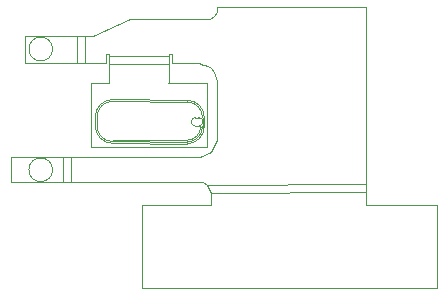
<source format=gbr>
%TF.GenerationSoftware,Altium Limited,Altium Designer,23.10.1 (27)*%
G04 Layer_Color=16711935*
%FSLAX45Y45*%
%MOMM*%
%TF.SameCoordinates,C732C167-A78C-4608-B65C-7F4C8643914A*%
%TF.FilePolarity,Positive*%
%TF.FileFunction,Other,User.9*%
%TF.Part,Single*%
G01*
G75*
%TA.AperFunction,NonConductor*%
%ADD50C,0.01270*%
%ADD51C,0.00000*%
D50*
X27069278Y2926367D02*
G03*
X27069278Y2926367I-100000J0D01*
G01*
Y3948571D02*
G03*
X27069278Y3948571I-100000J0D01*
G01*
X28354578Y3367199D02*
G03*
X28207822Y3516432I-147995J1238D01*
G01*
X27444983Y3299806D02*
G03*
X27576865Y3165698I132995J-1113D01*
G01*
X28204718Y3145445D02*
G03*
X28353949Y3292202I1238J147995D01*
G01*
X27579843Y3521686D02*
G03*
X27430609Y3374929I-1238J-147995D01*
G01*
X28339578Y3367325D02*
G03*
X28207693Y3501433I-132995J1113D01*
G01*
X27429984Y3299931D02*
G03*
X27576740Y3150698I147995J-1238D01*
G01*
X27579718Y3506686D02*
G03*
X27445609Y3374803I-1113J-132995D01*
G01*
X28204843Y3160444D02*
G03*
X28338950Y3292327I1113J132995D01*
G01*
X28204968Y3175444D02*
G03*
X28323953Y3292452I987J117996D01*
G01*
X29723700Y2626178D02*
X30325522Y2626156D01*
X27823724Y2626250D02*
X28413699Y2626228D01*
X27395493Y3657319D02*
X27550699D01*
X27395493Y3117819D02*
Y3657319D01*
X27550992Y3657500D02*
Y3904699D01*
X28050992Y3657500D02*
Y3904699D01*
X28050699Y3657319D02*
X28380792D01*
X28354367Y3342200D02*
X28354578Y3367199D01*
X27444983Y3299806D02*
X27445401Y3349804D01*
X27576865Y3165698D02*
X28204843Y3160445D01*
X27430402Y3349930D02*
X27430609Y3374929D01*
X28339368Y3342326D02*
X28339578Y3367324D01*
X27579843Y3521685D02*
X28207822Y3516432D01*
X27576865Y3165698D02*
X27576990Y3180697D01*
X28204968Y3175444D01*
X28204843Y3160445D02*
X28204968Y3175444D01*
X27576865Y3165698D02*
X28204843Y3160445D01*
X28353949Y3292202D02*
X28354367Y3342200D01*
X28338950Y3292327D02*
X28339368Y3342326D01*
X27429984Y3299931D02*
X27430402Y3349930D01*
X27579718Y3506686D02*
X28207693Y3501432D01*
X27576740Y3150698D02*
X28204718Y3145445D01*
X27445401Y3349804D02*
X27445609Y3374803D01*
X28204843Y3160445D02*
X28204968Y3175444D01*
X28323950Y3292453D02*
X28338950Y3292327D01*
X28380792Y3117819D02*
Y3657319D01*
X27395493Y3117819D02*
X28380792D01*
X27277530Y3828751D02*
X27279031Y4054951D01*
X27346295Y3828698D02*
X27347794Y4054898D01*
X27550992Y3820735D02*
X28050992D01*
X27550992Y3889498D02*
X28050992D01*
X27154529Y2819435D02*
X27155530Y3033635D01*
X27223294Y2819398D02*
X27224295Y3033598D01*
X28413348Y2725635D02*
X29723148Y2734735D01*
X28379218Y2794163D02*
X29723093Y2803500D01*
X30325497Y1926156D02*
X30325522Y2626156D01*
X27823697Y1926250D02*
X30325497Y1926156D01*
X27823697Y1926250D02*
X27823724Y2626250D01*
X27520593Y3904699D02*
X27550992D01*
X27520593Y3828698D02*
Y3904699D01*
X27346295Y3828698D02*
X27520593D01*
X27277530Y3828751D02*
X27346295Y3828698D01*
X26838339Y3831663D02*
X27277530Y3828751D01*
X26838339Y3831663D02*
X26839841Y4057863D01*
X27279031Y4054951D01*
X27347794Y4054898D01*
X27408792D01*
X27521793Y4106698D01*
X27522189Y4107287D01*
X27725900Y4201400D01*
X28191891Y4205398D01*
X28405594D01*
X28439194Y4224198D01*
X28457993Y4257898D01*
Y4301098D01*
X29723093D01*
Y2803500D02*
Y4301098D01*
Y2803500D02*
X29723148Y2734735D01*
X29723901Y2626178D01*
X28413348Y2725635D02*
X28414038Y2626228D01*
X28379218Y2794163D02*
X28413348Y2725635D01*
X28341092Y2820398D02*
X28379218Y2794163D01*
X28339493Y2819398D02*
X28341092Y2820398D01*
X27223294Y2819398D02*
X28339493D01*
X27154529Y2819435D02*
X27223294Y2819398D01*
X26715335Y2821486D02*
X27154529Y2819435D01*
X26715335Y2821486D02*
X26716336Y3035686D01*
X27155530Y3033635D01*
X27224295Y3033598D01*
X28316492D01*
Y3035398D01*
X28413293Y3078298D01*
X28457993Y3176398D01*
Y3681398D01*
X28439194Y3757998D02*
X28457993Y3681398D01*
X28413293Y3783898D02*
X28439194Y3757998D01*
X28389194Y3807998D02*
X28413293Y3783898D01*
X28316492Y3824398D02*
X28389194Y3807998D01*
X28316492Y3824398D02*
Y3828698D01*
X28081393D02*
X28316492D01*
X28081393D02*
Y3904699D01*
X28050992D02*
X28081393D01*
D51*
X28307700Y3297500D02*
G03*
X28343201Y3333000I0J35500D01*
G01*
D02*
G03*
X28307700Y3368500I-35500J0D01*
G01*
X28277701D02*
G03*
X28242200Y3333000I0J-35500D01*
G01*
D02*
G03*
X28277701Y3297500I35500J0D01*
G01*
X28307700D01*
X28277701Y3368500D02*
X28307700D01*
%TF.MD5,9b8084a2216ebfe300b08e93c6a1660b*%
M02*

</source>
